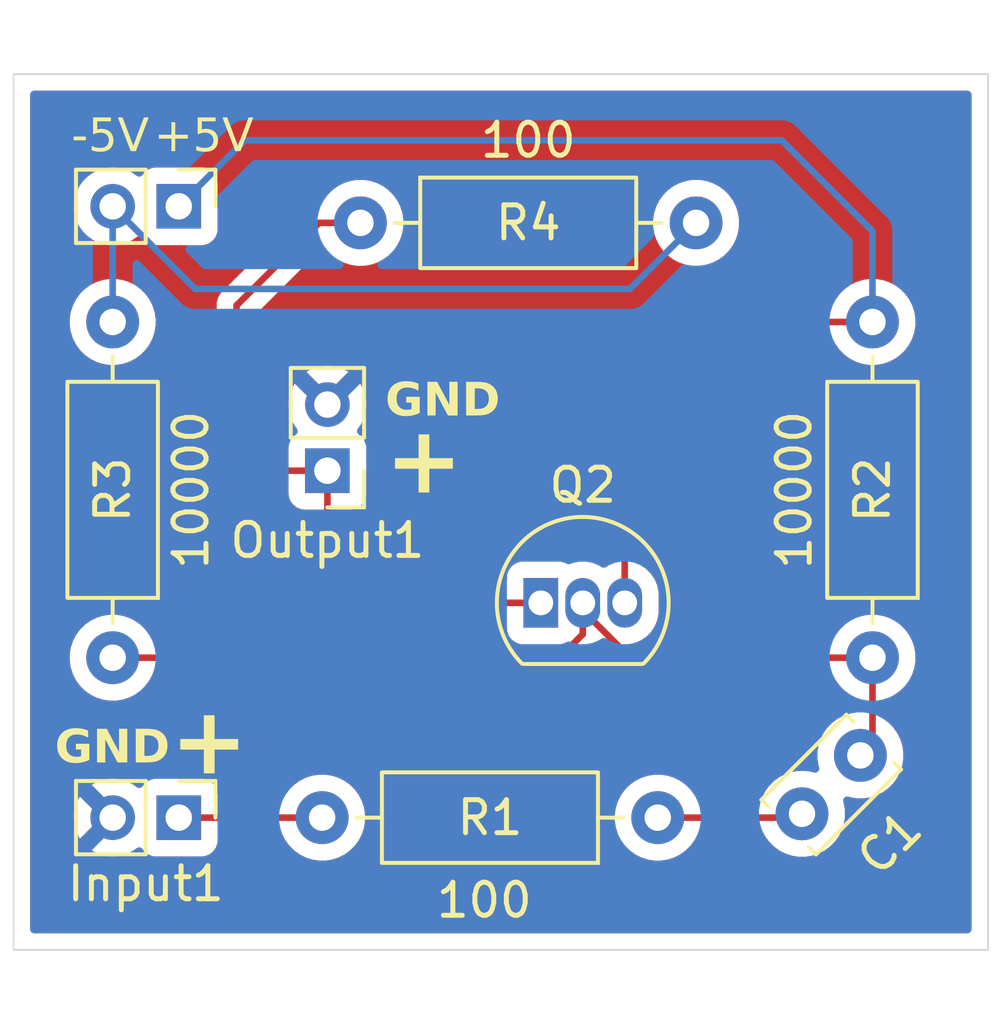
<source format=kicad_pcb>
(kicad_pcb (version 20241229) (generator "pcbnew") (generator_version "9.0")
  (layers (0 "F.Cu" signal) (2 "B.Cu" signal) (13 "F.Paste" user) (15 "B.Paste" user) (5 "F.SilkS" user "F.Silkscreen") (7 "B.SilkS" user "B.Silkscreen") (1 "F.Mask" user) (3 "B.Mask" user) (25 "Edge.Cuts" user))
  (net 0 "")
  (net 1 "Net-(C1-Pad2)")
  (net 2 "Net-(Q2-B)")
  (net 3 "Net-(Input1-Pin_1)")
  (net 4 "0")
  (net 5 "Net-(Output1-Pin_1)")
  (net 6 "Net-(Q2-C)")
  (net 7 "Net-(Vcc, -Vcc1-Pin_2)")
  (footprint "Connector_PinHeader_2.00mm:PinHeader_1x02_P2.00mm_Vertical" (layer "F.Cu") (at 134.75 88.5 180)
    (property "Reference" "Output1" (at 0 -2.11 0) (layer "F.SilkS"))
    (property "Value" "Conn_01x02_Pin")
    (fp_line (start 1.11 1) (end 1.11 3.110001) (stroke (width 0.12)) (layer "F.SilkS"))
    (fp_line (start -1.11 3.110001) (end 1.11 3.110001) (stroke (width 0.12)) (layer "F.SilkS"))
    (fp_line (start -1.11 1) (end 1.11 1) (stroke (width 0.12)) (layer "F.SilkS"))
    (fp_line (start -1.11 1) (end -1.11 3.110001) (stroke (width 0.12)) (layer "F.SilkS"))
    (fp_line (start -1.11 -1.11) (end 0 -1.110001) (stroke (width 0.12)) (layer "F.SilkS"))
    (fp_line (start -1.110001 0) (end -1.11 -1.11) (stroke (width 0.12)) (layer "F.SilkS"))
    (pad "1" thru_hole rect (at 0 0 180) (size 1.35 1.35) (drill 0.8) (layers "*.Cu" "*.Mask") (net 5 "Net-(Output1-Pin_1)"))
    (pad "2" thru_hole circle (at 0 2.000001 180) (size 1.35 1.35) (drill 0.8) (layers "*.Cu" "*.Mask") (net 4 "0"))
  )
  (footprint "Package_TO_SOT_THT:TO-92_Inline" (layer "F.Cu") (at 141.21 92.5)
    (property "Reference" "Q2" (at 1.27 -3.560001 0) (layer "F.SilkS"))
    (property "Value" "2N3904")
    (fp_line (start -0.53 1.85) (end 3.07 1.85) (stroke (width 0.12)) (layer "F.SilkS"))
    (fp_arc (start -0.568478 1.838478) (mid -1.132086 -0.994977) (end 1.27 -2.6) (stroke (width 0.12)) (layer "F.SilkS"))
    (fp_arc (start 1.27 -2.6) (mid 3.672088 -0.994977) (end 3.108478 1.838478) (stroke (width 0.12)) (layer "F.SilkS"))
    (pad "1" thru_hole rect (at 0 0) (size 1.05 1.5) (drill 0.75) (layers "*.Cu" "*.Mask") (net 5 "Net-(Output1-Pin_1)"))
    (pad "2" thru_hole oval (at 1.270001 0) (size 1.05 1.5) (drill 0.75) (layers "*.Cu" "*.Mask") (net 2 "Net-(Q2-B)"))
    (pad "3" thru_hole oval (at 2.54 0) (size 1.05 1.5) (drill 0.75) (layers "*.Cu" "*.Mask") (net 6 "Net-(Q2-C)"))
  )
  (footprint "Resistor_THT:R_Axial_DIN0207_L6.3mm_D2.5mm_P10.16mm_Horizontal" (layer "F.Cu") (at 128.25 94.16 90)
    (property "Reference" "R3" (at 5.08 0 90) (layer "F.SilkS"))
    (property "Value" "10000" (at 5.08 2.370001 90) (layer "F.SilkS"))
    (fp_line (start 9.12 0) (end 8.350001 0) (stroke (width 0.12)) (layer "F.SilkS"))
    (fp_line (start 1.04 0) (end 1.81 0) (stroke (width 0.12)) (layer "F.SilkS"))
    (fp_poly (pts (xy 1.81 -1.37) (xy 8.35 -1.37) (xy 8.35 1.37) (xy 1.81 1.37)) (stroke (width 0.12)) (fill no) (layer "F.SilkS"))
    (pad "1" thru_hole circle (at 0 0 90) (size 1.6 1.6) (drill 0.8) (layers "*.Cu" "*.Mask") (net 2 "Net-(Q2-B)"))
    (pad "2" thru_hole circle (at 10.16 0 90) (size 1.6 1.6) (drill 0.8) (layers "*.Cu" "*.Mask") (net 7 "Net-(Vcc, -Vcc1-Pin_2)"))
  )
  (footprint "Connector_PinHeader_2.00mm:PinHeader_1x02_P2.00mm_Vertical" (layer "F.Cu") (at 130.25 80.5 -90)
    (property "Reference" "Vcc, -Vcc1" (hide yes))
    (property "Value" "Conn_01x02_Pin")
    (fp_line (start -1.11 3.110001) (end 1.11 3.110001) (stroke (width 0.12)) (layer "F.SilkS"))
    (fp_line (start -1.11 1) (end -1.11 3.110001) (stroke (width 0.12)) (layer "F.SilkS"))
    (fp_line (start -1.11 1) (end 1.11 1) (stroke (width 0.12)) (layer "F.SilkS"))
    (fp_line (start 1.11 1) (end 1.11 3.110001) (stroke (width 0.12)) (layer "F.SilkS"))
    (fp_line (start -1.110001 0) (end -1.11 -1.11) (stroke (width 0.12)) (layer "F.SilkS"))
    (fp_line (start -1.11 -1.11) (end 0 -1.110001) (stroke (width 0.12)) (layer "F.SilkS"))
    (pad "1" thru_hole rect (at 0 0 270) (size 1.35 1.35) (drill 0.8) (layers "*.Cu" "*.Mask") (net 6 "Net-(Q2-C)"))
    (pad "2" thru_hole circle (at 0 2.000001 270) (size 1.35 1.35) (drill 0.8) (layers "*.Cu" "*.Mask") (net 7 "Net-(Vcc, -Vcc1-Pin_2)"))
  )
  (footprint "Capacitor_THT:C_Disc_D3.4mm_W2.1mm_P2.50mm" (layer "F.Cu") (at 150.883884 97.116117 -135)
    (property "Reference" "C1" (at 1.25 -2.499999 45) (layer "F.SilkS"))
    (property "Value" "1µF")
    (fp_line (start 3.07 1.17) (end -0.57 1.17) (stroke (width 0.12)) (layer "F.SilkS"))
    (fp_line (start 3.07 0.87) (end 3.07 1.17) (stroke (width 0.12)) (layer "F.SilkS"))
    (fp_line (start 3.07 -1.17) (end 3.07 -0.87) (stroke (width 0.12)) (layer "F.SilkS"))
    (fp_line (start -0.57 1.17) (end -0.57 0.87) (stroke (width 0.12)) (layer "F.SilkS"))
    (fp_line (start -0.57 -0.87) (end -0.57 -1.17) (stroke (width 0.12)) (layer "F.SilkS"))
    (fp_line (start -0.57 -1.17) (end 3.07 -1.17) (stroke (width 0.12)) (layer "F.SilkS"))
    (pad "1" thru_hole circle (at 0 0 225) (size 1.6 1.6) (drill 0.8) (layers "*.Cu" "*.Mask") (net 2 "Net-(Q2-B)"))
    (pad "2" thru_hole circle (at 2.5 0 225) (size 1.6 1.6) (drill 0.8) (layers "*.Cu" "*.Mask") (net 1 "Net-(C1-Pad2)"))
  )
  (footprint "Resistor_THT:R_Axial_DIN0207_L6.3mm_D2.5mm_P10.16mm_Horizontal" (layer "F.Cu") (at 135.75 81)
    (property "Reference" "R4" (at 5.08 0 0) (layer "F.SilkS"))
    (property "Value" "100" (at 5.08 -2.5 0) (layer "F.SilkS"))
    (fp_line (start 1.04 0) (end 1.81 0) (stroke (width 0.12)) (layer "F.SilkS"))
    (fp_line (start 9.12 0) (end 8.35 0) (stroke (width 0.12)) (layer "F.SilkS"))
    (fp_rect (start 1.81 -1.37) (end 8.35 1.37) (stroke (width 0.12)) (fill no) (layer "F.SilkS"))
    (pad "1" thru_hole circle (at 0 0) (size 1.6 1.6) (drill 0.8) (layers "*.Cu" "*.Mask") (net 5 "Net-(Output1-Pin_1)"))
    (pad "2" thru_hole circle (at 10.16 0) (size 1.6 1.6) (drill 0.8) (layers "*.Cu" "*.Mask") (net 7 "Net-(Vcc, -Vcc1-Pin_2)"))
  )
  (footprint "Resistor_THT:R_Axial_DIN0207_L6.3mm_D2.5mm_P10.16mm_Horizontal" (layer "F.Cu") (at 144.75 99 180)
    (property "Reference" "R1" (at 5.08 0 0) (layer "F.SilkS"))
    (property "Value" "100" (at 5.25 -2.5 0) (layer "F.SilkS"))
    (fp_line (start 9.12 0) (end 8.350001 0) (stroke (width 0.12)) (layer "F.SilkS"))
    (fp_line (start 1.04 0) (end 1.81 0) (stroke (width 0.12)) (layer "F.SilkS"))
    (fp_poly (pts (xy 1.81 -1.37) (xy 8.35 -1.37) (xy 8.35 1.37) (xy 1.81 1.37)) (stroke (width 0.12)) (fill no) (layer "F.SilkS"))
    (pad "1" thru_hole circle (at 0 0 180) (size 1.6 1.6) (drill 0.8) (layers "*.Cu" "*.Mask") (net 1 "Net-(C1-Pad2)"))
    (pad "2" thru_hole circle (at 10.16 0 180) (size 1.6 1.6) (drill 0.8) (layers "*.Cu" "*.Mask") (net 3 "Net-(Input1-Pin_1)"))
  )
  (footprint "Connector_PinHeader_2.00mm:PinHeader_1x02_P2.00mm_Vertical" (layer "F.Cu") (at 130.25 99 -90)
    (property "Reference" "Input1" (at 2 1 180) (layer "F.SilkS"))
    (property "Value" "Conn_01x02_Pin")
    (fp_line (start -1.11 3.110001) (end 1.11 3.110001) (stroke (width 0.12)) (layer "F.SilkS"))
    (fp_line (start -1.11 1) (end -1.11 3.110001) (stroke (width 0.12)) (layer "F.SilkS"))
    (fp_line (start -1.11 1) (end 1.11 1) (stroke (width 0.12)) (layer "F.SilkS"))
    (fp_line (start 1.11 1) (end 1.11 3.110001) (stroke (width 0.12)) (layer "F.SilkS"))
    (fp_line (start -1.110001 0) (end -1.11 -1.11) (stroke (width 0.12)) (layer "F.SilkS"))
    (fp_line (start -1.11 -1.11) (end 0 -1.110001) (stroke (width 0.12)) (layer "F.SilkS"))
    (pad "1" thru_hole rect (at 0 0 270) (size 1.35 1.35) (drill 0.8) (layers "*.Cu" "*.Mask") (net 3 "Net-(Input1-Pin_1)"))
    (pad "2" thru_hole circle (at 0 2.000001 270) (size 1.35 1.35) (drill 0.8) (layers "*.Cu" "*.Mask") (net 4 "0"))
  )
  (footprint "Resistor_THT:R_Axial_DIN0207_L6.3mm_D2.5mm_P10.16mm_Horizontal" (layer "F.Cu") (at 151.25 84 -90)
    (property "Reference" "R2" (at 5.08 0 90) (layer "F.SilkS"))
    (property "Value" "10000" (at 5.08 2.370001 90) (layer "F.SilkS"))
    (fp_line (start 1.04 0) (end 1.81 0) (stroke (width 0.12)) (layer "F.SilkS"))
    (fp_line (start 9.12 0) (end 8.350001 0) (stroke (width 0.12)) (layer "F.SilkS"))
    (fp_poly (pts (xy 1.81 -1.37) (xy 8.35 -1.37) (xy 8.35 1.37) (xy 1.81 1.37)) (stroke (width 0.12)) (fill no) (layer "F.SilkS"))
    (pad "1" thru_hole circle (at 0 0 270) (size 1.6 1.6) (drill 0.8) (layers "*.Cu" "*.Mask") (net 6 "Net-(Q2-C)"))
    (pad "2" thru_hole circle (at 10.16 0 270) (size 1.6 1.6) (drill 0.8) (layers "*.Cu" "*.Mask") (net 2 "Net-(Q2-B)"))
  )
  (gr_rect (start 125.25 76.5) (end 154.75 103) (stroke (width 0.05)) (fill no) (layer "Edge.Cuts"))
  (gr_text "GND" (at 136.5 87 0) (layer "F.SilkS") (effects (font (size 1 1) (thickness 0.25) (bold yes)) (justify left bottom)))
  (gr_text "+\n" (at 130 98 0) (layer "F.SilkS") (effects (font (size 2 2) (thickness 0.25) (bold yes)) (justify left bottom)))
  (gr_text "-5V" (at 127 79 0) (layer "F.SilkS") (effects (font (size 1 1) (thickness 0.125)) (justify left bottom)))
  (gr_text "+5V" (at 129.5 79 0) (layer "F.SilkS") (effects (font (size 1 1) (thickness 0.125)) (justify left bottom)))
  (gr_text "+\n" (at 136.5 89.5 0) (layer "F.SilkS") (effects (font (size 2 2) (thickness 0.25) (bold yes)) (justify left bottom)))
  (gr_text "GND" (at 126.5 97.5 0) (layer "F.SilkS") (effects (font (size 1 1) (thickness 0.25) (bold yes)) (justify left bottom)))
  (segment (start 144.75 99) (end 149.000001 99) (width 0.2) (layer "F.Cu") (net 1))
  (segment (start 149.000001 99) (end 149.116117 98.883884) (width 0.2) (layer "F.Cu") (net 1))
  (segment (start 141.770001 94.16) (end 142.480001 93.45) (width 0.2) (layer "F.Cu") (net 2))
  (segment (start 142.480001 93.45) (end 142.480001 92.5) (width 0.2) (layer "F.Cu") (net 2))
  (segment (start 151.25 94.16) (end 143.915001 94.16) (width 0.2) (layer "F.Cu") (net 2))
  (segment (start 151.25 96.750001) (end 150.883884 97.116117) (width 0.2) (layer "F.Cu") (net 2))
  (segment (start 143.915001 94.16) (end 142.480001 92.725) (width 0.2) (layer "F.Cu") (net 2))
  (segment (start 142.480001 92.725) (end 142.480001 92.5) (width 0.2) (layer "F.Cu") (net 2))
  (segment (start 151.25 94.16) (end 151.25 96.750001) (width 0.2) (layer "F.Cu") (net 2))
  (segment (start 128.25 94.16) (end 141.770001 94.16) (width 0.2) (layer "F.Cu") (net 2))
  (segment (start 130.25 99) (end 134.59 99) (width 0.2) (layer "F.Cu") (net 3))
  (segment (start 132 83.5) (end 132 87.5) (width 0.2) (layer "F.Cu") (net 5))
  (segment (start 134.75 88.5) (end 134.75 89.75) (width 0.2) (layer "F.Cu") (net 5))
  (segment (start 137.5 92.5) (end 141.21 92.5) (width 0.2) (layer "F.Cu") (net 5))
  (segment (start 133 88.5) (end 134.75 88.5) (width 0.2) (layer "F.Cu") (net 5))
  (segment (start 135.75 81) (end 134.5 81) (width 0.2) (layer "F.Cu") (net 5))
  (segment (start 134.5 81) (end 132 83.5) (width 0.2) (layer "F.Cu") (net 5))
  (segment (start 134.75 89.75) (end 137.5 92.5) (width 0.2) (layer "F.Cu") (net 5))
  (segment (start 132 87.5) (end 133 88.5) (width 0.2) (layer "F.Cu") (net 5))
  (segment (start 143.75 88.75) (end 143.75 92.5) (width 0.2) (layer "F.Cu") (net 6))
  (segment (start 151.25 84) (end 148.5 84) (width 0.2) (layer "F.Cu") (net 6))
  (segment (start 148.5 84) (end 143.75 88.75) (width 0.2) (layer "F.Cu") (net 6))
  (segment (start 130.25 80.5) (end 132.25 78.5) (width 0.2) (layer "B.Cu") (net 6))
  (segment (start 132.25 78.5) (end 148.5 78.5) (width 0.2) (layer "B.Cu") (net 6))
  (segment (start 148.5 78.5) (end 151.25 81.25) (width 0.2) (layer "B.Cu") (net 6))
  (segment (start 151.25 81.25) (end 151.25 84) (width 0.2) (layer "B.Cu") (net 6))
  (segment (start 128.249999 80.5) (end 130.749999 83) (width 0.2) (layer "B.Cu") (net 7))
  (segment (start 128.249999 80.5) (end 128.25 84) (width 0.2) (layer "B.Cu") (net 7))
  (segment (start 143.91 83) (end 145.91 81) (width 0.2) (layer "B.Cu") (net 7))
  (segment (start 130.749999 83) (end 143.91 83) (width 0.2) (layer "B.Cu") (net 7))
  (zone (net 4) (net_name "0") (layers "F.Cu" "B.Cu") (connect_pads (clearance 0.5)) (min_thickness 0.25) (fill yes (thermal_gap 0.5) (thermal_bridge_width 0.5))
    (polygon (pts (xy 125 76.5) (xy 155 76.5) (xy 155 103) (xy 125 103)))
  )
)
</source>
